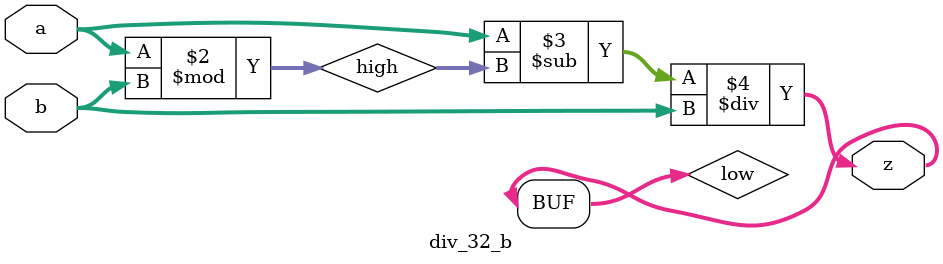
<source format=v>
module div_32_b(input signed[31:0] a, b, output reg[31:0] z);
	reg[63:32] high, low;
	
	always @ (*)
	begin
		high = a % b;
		low = (a - high) / b;
		
		begin	
			z = {high, low};
			
		end
	end
	
endmodule
</source>
